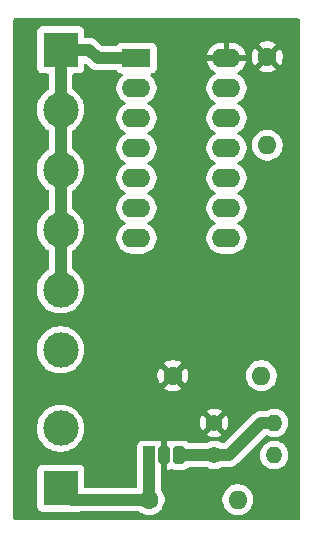
<source format=gtl>
%TF.GenerationSoftware,KiCad,Pcbnew,9.0.5-9.0.5~ubuntu25.04.1*%
%TF.CreationDate,2025-11-05T23:54:50-06:00*%
%TF.ProjectId,Return_Board,52657475-726e-45f4-926f-6172642e6b69,rev?*%
%TF.SameCoordinates,Original*%
%TF.FileFunction,Copper,L1,Top*%
%TF.FilePolarity,Positive*%
%FSLAX46Y46*%
G04 Gerber Fmt 4.6, Leading zero omitted, Abs format (unit mm)*
G04 Created by KiCad (PCBNEW 9.0.5-9.0.5~ubuntu25.04.1) date 2025-11-05 23:54:50*
%MOMM*%
%LPD*%
G01*
G04 APERTURE LIST*
G04 Aperture macros list*
%AMRoundRect*
0 Rectangle with rounded corners*
0 $1 Rounding radius*
0 $2 $3 $4 $5 $6 $7 $8 $9 X,Y pos of 4 corners*
0 Add a 4 corners polygon primitive as box body*
4,1,4,$2,$3,$4,$5,$6,$7,$8,$9,$2,$3,0*
0 Add four circle primitives for the rounded corners*
1,1,$1+$1,$2,$3*
1,1,$1+$1,$4,$5*
1,1,$1+$1,$6,$7*
1,1,$1+$1,$8,$9*
0 Add four rect primitives between the rounded corners*
20,1,$1+$1,$2,$3,$4,$5,0*
20,1,$1+$1,$4,$5,$6,$7,0*
20,1,$1+$1,$6,$7,$8,$9,0*
20,1,$1+$1,$8,$9,$2,$3,0*%
G04 Aperture macros list end*
%TA.AperFunction,ComponentPad*%
%ADD10R,3.000000X3.000000*%
%TD*%
%TA.AperFunction,ComponentPad*%
%ADD11C,3.000000*%
%TD*%
%TA.AperFunction,ComponentPad*%
%ADD12C,1.600000*%
%TD*%
%TA.AperFunction,ComponentPad*%
%ADD13O,1.600000X1.600000*%
%TD*%
%TA.AperFunction,ComponentPad*%
%ADD14R,2.400000X1.600000*%
%TD*%
%TA.AperFunction,ComponentPad*%
%ADD15O,2.400000X1.600000*%
%TD*%
%TA.AperFunction,ComponentPad*%
%ADD16C,1.400000*%
%TD*%
%TA.AperFunction,ComponentPad*%
%ADD17O,1.400000X1.400000*%
%TD*%
%TA.AperFunction,ComponentPad*%
%ADD18RoundRect,0.262500X-0.262500X-0.487500X0.262500X-0.487500X0.262500X0.487500X-0.262500X0.487500X0*%
%TD*%
%TA.AperFunction,ComponentPad*%
%ADD19R,1.050000X1.500000*%
%TD*%
%TA.AperFunction,Conductor*%
%ADD20C,1.000000*%
%TD*%
G04 APERTURE END LIST*
D10*
%TO.P,J2,1,Pin_1*%
%TO.N,/SIG_Out*%
X136750000Y-70670000D03*
D11*
%TO.P,J2,2,Pin_2*%
X136750000Y-75750000D03*
%TO.P,J2,3,Pin_3*%
X136750000Y-80830000D03*
%TO.P,J2,4,Pin_4*%
X136750000Y-85910000D03*
%TO.P,J2,5,Pin_5*%
X136750000Y-90990000D03*
%TO.P,J2,6,Pin_6*%
%TO.N,GND*%
X136750000Y-96070000D03*
%TD*%
D12*
%TO.P,C2,1*%
%TO.N,+6V*%
X146250000Y-98250000D03*
D13*
%TO.P,C2,2*%
%TO.N,GND*%
X153750000Y-98250000D03*
%TD*%
D10*
%TO.P,J1,1,Pin_1*%
%TO.N,+9V*%
X136750000Y-107790000D03*
D11*
%TO.P,J1,2,Pin_2*%
%TO.N,GND*%
X136750000Y-102710000D03*
%TD*%
D14*
%TO.P,U1,1*%
%TO.N,/SIG_Out*%
X143175000Y-71375000D03*
D15*
%TO.P,U1,2*%
%TO.N,unconnected-(U1-Pad2)*%
X143175000Y-73915000D03*
%TO.P,U1,3*%
%TO.N,GND*%
X143175000Y-76455000D03*
%TO.P,U1,4*%
X143175000Y-78995000D03*
%TO.P,U1,5*%
X143175000Y-81535000D03*
%TO.P,U1,6*%
X143175000Y-84075000D03*
%TO.P,U1,7,GND*%
X143175000Y-86615000D03*
%TO.P,U1,8*%
X150795000Y-86615000D03*
%TO.P,U1,9*%
X150795000Y-84075000D03*
%TO.P,U1,10*%
X150795000Y-81535000D03*
%TO.P,U1,11*%
X150795000Y-78995000D03*
%TO.P,U1,12*%
X150795000Y-76455000D03*
%TO.P,U1,13*%
X150795000Y-73915000D03*
%TO.P,U1,14,VCC*%
%TO.N,+6V*%
X150795000Y-71375000D03*
%TD*%
D16*
%TO.P,R2,1*%
%TO.N,/LDO_ADJ*%
X149760000Y-105000000D03*
D17*
%TO.P,R2,2*%
%TO.N,GND*%
X154840000Y-105000000D03*
%TD*%
D12*
%TO.P,C3,1*%
%TO.N,+6V*%
X154250000Y-71250000D03*
D13*
%TO.P,C3,2*%
%TO.N,GND*%
X154250000Y-78750000D03*
%TD*%
D16*
%TO.P,R1,1*%
%TO.N,+6V*%
X149760000Y-102250000D03*
D17*
%TO.P,R1,2*%
%TO.N,/LDO_ADJ*%
X154840000Y-102250000D03*
%TD*%
D18*
%TO.P,U2,1*%
%TO.N,/LDO_ADJ*%
X146790000Y-105000000D03*
D19*
%TO.P,U2,2,IN*%
%TO.N,+9V*%
X144250000Y-105000000D03*
D18*
%TO.P,U2,3,OUT*%
%TO.N,+6V*%
X145520000Y-105000000D03*
%TD*%
D12*
%TO.P,C1,1*%
%TO.N,+9V*%
X144250000Y-108750000D03*
D13*
%TO.P,C1,2*%
%TO.N,GND*%
X151750000Y-108750000D03*
%TD*%
D20*
%TO.N,+9V*%
X144250000Y-108750000D02*
X144250000Y-105000000D01*
X137710000Y-108750000D02*
X136750000Y-107790000D01*
X144250000Y-108750000D02*
X137710000Y-108750000D01*
%TO.N,/SIG_Out*%
X136750000Y-70670000D02*
X136750000Y-90990000D01*
X139875000Y-71375000D02*
X139170000Y-70670000D01*
X139170000Y-70670000D02*
X136750000Y-70670000D01*
X143175000Y-71375000D02*
X139875000Y-71375000D01*
%TO.N,/LDO_ADJ*%
X149760000Y-105000000D02*
X151000000Y-105000000D01*
X153750000Y-102250000D02*
X154840000Y-102250000D01*
X146790000Y-105000000D02*
X149760000Y-105000000D01*
X151000000Y-105000000D02*
X153750000Y-102250000D01*
%TD*%
%TA.AperFunction,Conductor*%
%TO.N,+6V*%
G36*
X156942539Y-68020185D02*
G01*
X156988294Y-68072989D01*
X156999500Y-68124500D01*
X156999500Y-110375500D01*
X156979815Y-110442539D01*
X156927011Y-110488294D01*
X156875500Y-110499500D01*
X132874500Y-110499500D01*
X132807461Y-110479815D01*
X132761706Y-110427011D01*
X132750500Y-110375500D01*
X132750500Y-106242135D01*
X134749500Y-106242135D01*
X134749500Y-109337870D01*
X134749501Y-109337876D01*
X134755908Y-109397483D01*
X134806202Y-109532328D01*
X134806206Y-109532335D01*
X134892452Y-109647544D01*
X134892455Y-109647547D01*
X135007664Y-109733793D01*
X135007671Y-109733797D01*
X135142517Y-109784091D01*
X135142516Y-109784091D01*
X135149444Y-109784835D01*
X135202127Y-109790500D01*
X138297872Y-109790499D01*
X138357483Y-109784091D01*
X138426584Y-109758318D01*
X138469917Y-109750500D01*
X143374238Y-109750500D01*
X143441277Y-109770185D01*
X143447119Y-109774179D01*
X143568390Y-109862287D01*
X143684607Y-109921503D01*
X143750776Y-109955218D01*
X143750778Y-109955218D01*
X143750781Y-109955220D01*
X143855137Y-109989127D01*
X143945465Y-110018477D01*
X144046557Y-110034488D01*
X144147648Y-110050500D01*
X144147649Y-110050500D01*
X144352351Y-110050500D01*
X144352352Y-110050500D01*
X144554534Y-110018477D01*
X144749219Y-109955220D01*
X144931610Y-109862287D01*
X145030420Y-109790498D01*
X145097213Y-109741971D01*
X145097215Y-109741968D01*
X145097219Y-109741966D01*
X145241966Y-109597219D01*
X145241968Y-109597215D01*
X145241971Y-109597213D01*
X145294732Y-109524590D01*
X145362287Y-109431610D01*
X145455220Y-109249219D01*
X145518477Y-109054534D01*
X145550500Y-108852352D01*
X145550500Y-108647648D01*
X150449500Y-108647648D01*
X150449500Y-108852351D01*
X150481522Y-109054534D01*
X150544781Y-109249223D01*
X150589950Y-109337870D01*
X150620324Y-109397483D01*
X150637715Y-109431613D01*
X150758028Y-109597213D01*
X150902786Y-109741971D01*
X151057749Y-109854556D01*
X151068390Y-109862287D01*
X151184607Y-109921503D01*
X151250776Y-109955218D01*
X151250778Y-109955218D01*
X151250781Y-109955220D01*
X151355137Y-109989127D01*
X151445465Y-110018477D01*
X151546557Y-110034488D01*
X151647648Y-110050500D01*
X151647649Y-110050500D01*
X151852351Y-110050500D01*
X151852352Y-110050500D01*
X152054534Y-110018477D01*
X152249219Y-109955220D01*
X152431610Y-109862287D01*
X152530420Y-109790498D01*
X152597213Y-109741971D01*
X152597215Y-109741968D01*
X152597219Y-109741966D01*
X152741966Y-109597219D01*
X152741968Y-109597215D01*
X152741971Y-109597213D01*
X152794732Y-109524590D01*
X152862287Y-109431610D01*
X152955220Y-109249219D01*
X153018477Y-109054534D01*
X153050500Y-108852352D01*
X153050500Y-108647648D01*
X153018477Y-108445466D01*
X152955220Y-108250781D01*
X152955218Y-108250778D01*
X152955218Y-108250776D01*
X152921503Y-108184607D01*
X152862287Y-108068390D01*
X152854556Y-108057749D01*
X152741971Y-107902786D01*
X152597213Y-107758028D01*
X152431613Y-107637715D01*
X152431612Y-107637714D01*
X152431610Y-107637713D01*
X152374653Y-107608691D01*
X152249223Y-107544781D01*
X152054534Y-107481522D01*
X151879995Y-107453878D01*
X151852352Y-107449500D01*
X151647648Y-107449500D01*
X151623329Y-107453351D01*
X151445465Y-107481522D01*
X151250776Y-107544781D01*
X151068386Y-107637715D01*
X150902786Y-107758028D01*
X150758028Y-107902786D01*
X150637715Y-108068386D01*
X150544781Y-108250776D01*
X150481522Y-108445465D01*
X150449500Y-108647648D01*
X145550500Y-108647648D01*
X145518477Y-108445466D01*
X145455220Y-108250781D01*
X145455218Y-108250778D01*
X145455218Y-108250776D01*
X145421503Y-108184607D01*
X145362287Y-108068390D01*
X145349654Y-108051003D01*
X145274182Y-107947122D01*
X145250702Y-107881316D01*
X145250500Y-107874237D01*
X145250500Y-106320861D01*
X145270000Y-106254452D01*
X145270000Y-105855671D01*
X145270711Y-105842415D01*
X145275499Y-105797881D01*
X145275500Y-105797873D01*
X145275499Y-105285829D01*
X145289745Y-105300075D01*
X145375255Y-105349444D01*
X145470630Y-105375000D01*
X145569370Y-105375000D01*
X145664745Y-105349444D01*
X145750255Y-105300075D01*
X145764501Y-105285829D01*
X145764501Y-105538348D01*
X145769358Y-105585885D01*
X145770000Y-105598487D01*
X145770000Y-106249999D01*
X145833304Y-106249999D01*
X145833318Y-106249998D01*
X145937742Y-106239330D01*
X146113796Y-106180992D01*
X146114677Y-106183653D01*
X146171011Y-106175066D01*
X146195704Y-106182312D01*
X146195991Y-106181448D01*
X146202846Y-106183719D01*
X146202847Y-106183720D01*
X146372158Y-106239824D01*
X146476659Y-106250500D01*
X147103340Y-106250499D01*
X147103348Y-106250498D01*
X147103351Y-106250498D01*
X147160572Y-106244652D01*
X147207842Y-106239824D01*
X147377153Y-106183720D01*
X147528961Y-106090083D01*
X147582225Y-106036819D01*
X147643548Y-106003334D01*
X147669906Y-106000500D01*
X149054367Y-106000500D01*
X149121406Y-106020185D01*
X149127254Y-106024183D01*
X149130799Y-106026759D01*
X149299163Y-106112545D01*
X149299165Y-106112545D01*
X149299168Y-106112547D01*
X149395497Y-106143846D01*
X149478881Y-106170940D01*
X149665514Y-106200500D01*
X149665519Y-106200500D01*
X149854486Y-106200500D01*
X150041118Y-106170940D01*
X150220832Y-106112547D01*
X150389199Y-106026760D01*
X150392746Y-106024183D01*
X150458552Y-106000702D01*
X150465633Y-106000500D01*
X151098542Y-106000500D01*
X151116313Y-105996964D01*
X151195188Y-105981275D01*
X151291836Y-105962051D01*
X151363289Y-105932454D01*
X151473914Y-105886632D01*
X151637782Y-105777139D01*
X151777139Y-105637782D01*
X151777139Y-105637780D01*
X151787347Y-105627573D01*
X151787348Y-105627570D01*
X152509406Y-104905513D01*
X153639500Y-104905513D01*
X153639500Y-105094486D01*
X153669059Y-105281118D01*
X153727454Y-105460836D01*
X153812408Y-105627567D01*
X153813240Y-105629199D01*
X153924310Y-105782073D01*
X154057927Y-105915690D01*
X154210801Y-106026760D01*
X154290347Y-106067290D01*
X154379163Y-106112545D01*
X154379165Y-106112545D01*
X154379168Y-106112547D01*
X154475497Y-106143846D01*
X154558881Y-106170940D01*
X154745514Y-106200500D01*
X154745519Y-106200500D01*
X154934486Y-106200500D01*
X155121118Y-106170940D01*
X155300832Y-106112547D01*
X155469199Y-106026760D01*
X155622073Y-105915690D01*
X155755690Y-105782073D01*
X155866760Y-105629199D01*
X155952547Y-105460832D01*
X156010940Y-105281118D01*
X156018996Y-105230255D01*
X156040500Y-105094486D01*
X156040500Y-104905513D01*
X156010940Y-104718881D01*
X155952545Y-104539163D01*
X155882404Y-104401504D01*
X155866760Y-104370801D01*
X155755690Y-104217927D01*
X155622073Y-104084310D01*
X155469199Y-103973240D01*
X155449457Y-103963181D01*
X155300836Y-103887454D01*
X155121118Y-103829059D01*
X154934486Y-103799500D01*
X154934481Y-103799500D01*
X154745519Y-103799500D01*
X154745514Y-103799500D01*
X154558881Y-103829059D01*
X154379163Y-103887454D01*
X154210800Y-103973240D01*
X154163411Y-104007671D01*
X154057927Y-104084310D01*
X154057925Y-104084312D01*
X154057924Y-104084312D01*
X153924312Y-104217924D01*
X153924312Y-104217925D01*
X153924310Y-104217927D01*
X153876610Y-104283579D01*
X153813240Y-104370800D01*
X153727454Y-104539163D01*
X153669059Y-104718881D01*
X153639500Y-104905513D01*
X152509406Y-104905513D01*
X154098977Y-103315943D01*
X154160298Y-103282460D01*
X154229990Y-103287444D01*
X154242951Y-103293141D01*
X154379163Y-103362545D01*
X154379165Y-103362545D01*
X154379168Y-103362547D01*
X154475497Y-103393846D01*
X154558881Y-103420940D01*
X154745514Y-103450500D01*
X154745519Y-103450500D01*
X154934486Y-103450500D01*
X155121118Y-103420940D01*
X155122623Y-103420451D01*
X155300832Y-103362547D01*
X155469199Y-103276760D01*
X155622073Y-103165690D01*
X155755690Y-103032073D01*
X155866760Y-102879199D01*
X155952547Y-102710832D01*
X156010940Y-102531118D01*
X156021427Y-102464905D01*
X156040500Y-102344486D01*
X156040500Y-102155513D01*
X156010940Y-101968881D01*
X155952545Y-101789163D01*
X155907290Y-101700347D01*
X155866760Y-101620801D01*
X155755690Y-101467927D01*
X155622073Y-101334310D01*
X155469199Y-101223240D01*
X155428938Y-101202726D01*
X155300836Y-101137454D01*
X155121118Y-101079059D01*
X154934486Y-101049500D01*
X154934481Y-101049500D01*
X154745519Y-101049500D01*
X154745514Y-101049500D01*
X154558881Y-101079059D01*
X154379163Y-101137454D01*
X154210799Y-101223240D01*
X154207254Y-101225817D01*
X154141448Y-101249298D01*
X154134367Y-101249500D01*
X153651455Y-101249500D01*
X153554812Y-101268724D01*
X153458167Y-101287947D01*
X153458161Y-101287949D01*
X153404834Y-101310037D01*
X153404834Y-101310038D01*
X153359315Y-101328892D01*
X153276089Y-101363366D01*
X153276079Y-101363371D01*
X153119602Y-101467926D01*
X153119602Y-101467927D01*
X153114689Y-101471209D01*
X153112216Y-101472862D01*
X153112215Y-101472863D01*
X150621899Y-103963181D01*
X150594971Y-103977884D01*
X150569153Y-103994477D01*
X150562952Y-103995368D01*
X150560576Y-103996666D01*
X150534218Y-103999500D01*
X150465633Y-103999500D01*
X150398594Y-103979815D01*
X150392746Y-103975817D01*
X150389200Y-103973240D01*
X150220836Y-103887454D01*
X150041118Y-103829059D01*
X149854486Y-103799500D01*
X149854481Y-103799500D01*
X149665519Y-103799500D01*
X149665514Y-103799500D01*
X149478881Y-103829059D01*
X149299163Y-103887454D01*
X149130799Y-103973240D01*
X149127254Y-103975817D01*
X149061448Y-103999298D01*
X149054367Y-103999500D01*
X147669906Y-103999500D01*
X147602867Y-103979815D01*
X147582225Y-103963181D01*
X147528961Y-103909917D01*
X147528957Y-103909914D01*
X147377161Y-103816284D01*
X147377155Y-103816281D01*
X147377153Y-103816280D01*
X147207842Y-103760176D01*
X147207835Y-103760175D01*
X147103342Y-103749500D01*
X146476666Y-103749500D01*
X146476648Y-103749501D01*
X146372158Y-103760175D01*
X146372155Y-103760176D01*
X146253546Y-103799480D01*
X146202847Y-103816280D01*
X146202845Y-103816280D01*
X146195992Y-103818552D01*
X146195212Y-103816200D01*
X146137695Y-103824919D01*
X146114129Y-103817998D01*
X146113795Y-103819008D01*
X145937742Y-103760669D01*
X145937735Y-103760668D01*
X145833318Y-103750000D01*
X145770000Y-103750000D01*
X145770000Y-104401504D01*
X145769358Y-104414107D01*
X145764500Y-104461651D01*
X145764500Y-104461659D01*
X145764500Y-104714170D01*
X145750255Y-104699925D01*
X145664745Y-104650556D01*
X145569370Y-104625000D01*
X145470630Y-104625000D01*
X145375255Y-104650556D01*
X145289745Y-104699925D01*
X145275499Y-104714170D01*
X145275499Y-104202128D01*
X145270710Y-104157577D01*
X145270000Y-104144324D01*
X145270000Y-103750000D01*
X145269999Y-103749999D01*
X145206696Y-103750000D01*
X145206679Y-103750001D01*
X145102259Y-103760668D01*
X145034072Y-103783263D01*
X144964244Y-103785663D01*
X144951738Y-103781738D01*
X144882485Y-103755909D01*
X144882483Y-103755908D01*
X144822883Y-103749501D01*
X144822881Y-103749500D01*
X144822873Y-103749500D01*
X144822864Y-103749500D01*
X143677129Y-103749500D01*
X143677123Y-103749501D01*
X143617516Y-103755908D01*
X143482671Y-103806202D01*
X143482664Y-103806206D01*
X143367455Y-103892452D01*
X143367452Y-103892455D01*
X143281206Y-104007664D01*
X143281202Y-104007671D01*
X143230908Y-104142517D01*
X143226035Y-104187847D01*
X143224501Y-104202123D01*
X143224500Y-104202135D01*
X143224500Y-105797870D01*
X143224501Y-105797876D01*
X143230908Y-105857481D01*
X143241682Y-105886366D01*
X143249500Y-105929700D01*
X143249500Y-107625500D01*
X143229815Y-107692539D01*
X143177011Y-107738294D01*
X143125500Y-107749500D01*
X138874499Y-107749500D01*
X138807460Y-107729815D01*
X138761705Y-107677011D01*
X138750499Y-107625500D01*
X138750499Y-106242129D01*
X138750498Y-106242123D01*
X138750497Y-106242116D01*
X138744091Y-106182517D01*
X138743692Y-106181448D01*
X138693797Y-106047671D01*
X138693793Y-106047664D01*
X138607546Y-105932454D01*
X138607544Y-105932452D01*
X138492335Y-105846206D01*
X138492328Y-105846202D01*
X138357482Y-105795908D01*
X138357483Y-105795908D01*
X138297883Y-105789501D01*
X138297881Y-105789500D01*
X138297873Y-105789500D01*
X138297864Y-105789500D01*
X135202129Y-105789500D01*
X135202123Y-105789501D01*
X135142516Y-105795908D01*
X135007671Y-105846202D01*
X135007664Y-105846206D01*
X134892455Y-105932452D01*
X134892454Y-105932454D01*
X134806206Y-106047664D01*
X134806202Y-106047671D01*
X134755908Y-106182517D01*
X134749501Y-106242116D01*
X134749501Y-106242123D01*
X134749500Y-106242135D01*
X132750500Y-106242135D01*
X132750500Y-102578872D01*
X134749500Y-102578872D01*
X134749500Y-102841127D01*
X134774640Y-103032073D01*
X134783730Y-103101116D01*
X134835183Y-103293141D01*
X134851602Y-103354418D01*
X134851605Y-103354428D01*
X134951953Y-103596690D01*
X134951958Y-103596700D01*
X135083075Y-103823803D01*
X135242718Y-104031851D01*
X135242726Y-104031860D01*
X135428140Y-104217274D01*
X135428148Y-104217281D01*
X135636196Y-104376924D01*
X135863299Y-104508041D01*
X135863309Y-104508046D01*
X136105571Y-104608394D01*
X136105581Y-104608398D01*
X136358884Y-104676270D01*
X136618880Y-104710500D01*
X136618887Y-104710500D01*
X136881113Y-104710500D01*
X136881120Y-104710500D01*
X137141116Y-104676270D01*
X137394419Y-104608398D01*
X137636697Y-104508043D01*
X137863803Y-104376924D01*
X138071851Y-104217282D01*
X138071855Y-104217277D01*
X138071860Y-104217274D01*
X138257274Y-104031860D01*
X138257277Y-104031855D01*
X138257282Y-104031851D01*
X138416924Y-103823803D01*
X138548043Y-103596697D01*
X138648398Y-103354419D01*
X138674265Y-103257882D01*
X149105669Y-103257882D01*
X149105670Y-103257883D01*
X149131059Y-103276329D01*
X149299362Y-103362085D01*
X149478997Y-103420451D01*
X149665553Y-103450000D01*
X149854447Y-103450000D01*
X150041002Y-103420451D01*
X150220637Y-103362085D01*
X150388937Y-103276331D01*
X150414328Y-103257883D01*
X150414328Y-103257882D01*
X149760001Y-102603554D01*
X149760000Y-102603554D01*
X149105669Y-103257882D01*
X138674265Y-103257882D01*
X138716270Y-103101116D01*
X138750500Y-102841120D01*
X138750500Y-102578880D01*
X138716270Y-102318884D01*
X138672506Y-102155552D01*
X148560000Y-102155552D01*
X148560000Y-102344447D01*
X148589548Y-102531002D01*
X148647914Y-102710637D01*
X148733666Y-102878933D01*
X148752116Y-102904328D01*
X149406446Y-102250000D01*
X149406446Y-102249999D01*
X149360369Y-102203922D01*
X149410000Y-102203922D01*
X149410000Y-102296078D01*
X149433852Y-102385095D01*
X149479930Y-102464905D01*
X149545095Y-102530070D01*
X149624905Y-102576148D01*
X149713922Y-102600000D01*
X149806078Y-102600000D01*
X149895095Y-102576148D01*
X149974905Y-102530070D01*
X150040070Y-102464905D01*
X150086148Y-102385095D01*
X150110000Y-102296078D01*
X150110000Y-102249999D01*
X150113554Y-102249999D01*
X150113554Y-102250000D01*
X150767882Y-102904328D01*
X150767883Y-102904328D01*
X150786331Y-102878937D01*
X150872085Y-102710637D01*
X150930451Y-102531002D01*
X150960000Y-102344447D01*
X150960000Y-102155552D01*
X150930451Y-101968997D01*
X150872085Y-101789362D01*
X150786329Y-101621059D01*
X150767883Y-101595670D01*
X150767882Y-101595669D01*
X150113554Y-102249999D01*
X150110000Y-102249999D01*
X150110000Y-102203922D01*
X150086148Y-102114905D01*
X150040070Y-102035095D01*
X149974905Y-101969930D01*
X149895095Y-101923852D01*
X149806078Y-101900000D01*
X149713922Y-101900000D01*
X149624905Y-101923852D01*
X149545095Y-101969930D01*
X149479930Y-102035095D01*
X149433852Y-102114905D01*
X149410000Y-102203922D01*
X149360369Y-102203922D01*
X148752116Y-101595669D01*
X148752116Y-101595670D01*
X148733669Y-101621060D01*
X148647914Y-101789362D01*
X148589548Y-101968997D01*
X148560000Y-102155552D01*
X138672506Y-102155552D01*
X138648398Y-102065581D01*
X138608344Y-101968882D01*
X138548046Y-101823309D01*
X138548041Y-101823299D01*
X138416924Y-101596196D01*
X138257281Y-101388148D01*
X138257274Y-101388140D01*
X138111250Y-101242116D01*
X149105669Y-101242116D01*
X149760000Y-101896446D01*
X149760001Y-101896446D01*
X150414328Y-101242116D01*
X150388933Y-101223666D01*
X150220637Y-101137914D01*
X150041002Y-101079548D01*
X149854447Y-101050000D01*
X149665553Y-101050000D01*
X149478997Y-101079548D01*
X149299362Y-101137914D01*
X149131060Y-101223669D01*
X149105670Y-101242116D01*
X149105669Y-101242116D01*
X138111250Y-101242116D01*
X138071860Y-101202726D01*
X138071851Y-101202718D01*
X137863803Y-101043075D01*
X137636700Y-100911958D01*
X137636690Y-100911953D01*
X137394428Y-100811605D01*
X137394421Y-100811603D01*
X137394419Y-100811602D01*
X137141116Y-100743730D01*
X137083339Y-100736123D01*
X136881127Y-100709500D01*
X136881120Y-100709500D01*
X136618880Y-100709500D01*
X136618872Y-100709500D01*
X136387772Y-100739926D01*
X136358884Y-100743730D01*
X136105581Y-100811602D01*
X136105571Y-100811605D01*
X135863309Y-100911953D01*
X135863299Y-100911958D01*
X135636196Y-101043075D01*
X135428148Y-101202718D01*
X135242718Y-101388148D01*
X135083075Y-101596196D01*
X134951958Y-101823299D01*
X134951953Y-101823309D01*
X134851605Y-102065571D01*
X134851603Y-102065578D01*
X134851602Y-102065581D01*
X134802188Y-102250000D01*
X134783730Y-102318885D01*
X134749500Y-102578872D01*
X132750500Y-102578872D01*
X132750500Y-98147682D01*
X144950000Y-98147682D01*
X144950000Y-98352317D01*
X144982009Y-98554417D01*
X145045244Y-98749031D01*
X145138141Y-98931350D01*
X145138147Y-98931359D01*
X145170523Y-98975921D01*
X145170524Y-98975922D01*
X145850000Y-98296446D01*
X145850000Y-98302661D01*
X145877259Y-98404394D01*
X145929920Y-98495606D01*
X146004394Y-98570080D01*
X146095606Y-98622741D01*
X146197339Y-98650000D01*
X146203553Y-98650000D01*
X145524076Y-99329474D01*
X145568650Y-99361859D01*
X145750968Y-99454755D01*
X145945582Y-99517990D01*
X146147683Y-99550000D01*
X146352317Y-99550000D01*
X146554417Y-99517990D01*
X146749031Y-99454755D01*
X146931349Y-99361859D01*
X146975921Y-99329474D01*
X146296447Y-98650000D01*
X146302661Y-98650000D01*
X146404394Y-98622741D01*
X146495606Y-98570080D01*
X146570080Y-98495606D01*
X146622741Y-98404394D01*
X146650000Y-98302661D01*
X146650000Y-98296447D01*
X147329474Y-98975921D01*
X147361859Y-98931349D01*
X147454755Y-98749031D01*
X147517990Y-98554417D01*
X147550000Y-98352317D01*
X147550000Y-98147682D01*
X147549995Y-98147648D01*
X152449500Y-98147648D01*
X152449500Y-98352351D01*
X152481522Y-98554534D01*
X152544781Y-98749223D01*
X152608691Y-98874653D01*
X152637585Y-98931359D01*
X152637715Y-98931613D01*
X152758028Y-99097213D01*
X152902786Y-99241971D01*
X153023226Y-99329474D01*
X153068390Y-99362287D01*
X153184607Y-99421503D01*
X153250776Y-99455218D01*
X153250778Y-99455218D01*
X153250781Y-99455220D01*
X153355137Y-99489127D01*
X153445465Y-99518477D01*
X153546557Y-99534488D01*
X153647648Y-99550500D01*
X153647649Y-99550500D01*
X153852351Y-99550500D01*
X153852352Y-99550500D01*
X154054534Y-99518477D01*
X154249219Y-99455220D01*
X154431610Y-99362287D01*
X154524590Y-99294732D01*
X154597213Y-99241971D01*
X154597215Y-99241968D01*
X154597219Y-99241966D01*
X154741966Y-99097219D01*
X154741968Y-99097215D01*
X154741971Y-99097213D01*
X154794732Y-99024590D01*
X154862287Y-98931610D01*
X154955220Y-98749219D01*
X155018477Y-98554534D01*
X155050500Y-98352352D01*
X155050500Y-98147648D01*
X155030764Y-98023040D01*
X155018477Y-97945465D01*
X154987458Y-97850000D01*
X154955220Y-97750781D01*
X154955218Y-97750778D01*
X154955218Y-97750776D01*
X154921503Y-97684607D01*
X154862287Y-97568390D01*
X154830092Y-97524077D01*
X154741971Y-97402786D01*
X154597213Y-97258028D01*
X154431613Y-97137715D01*
X154431612Y-97137714D01*
X154431610Y-97137713D01*
X154374653Y-97108691D01*
X154249223Y-97044781D01*
X154054534Y-96981522D01*
X153879995Y-96953878D01*
X153852352Y-96949500D01*
X153647648Y-96949500D01*
X153623329Y-96953351D01*
X153445465Y-96981522D01*
X153250776Y-97044781D01*
X153068386Y-97137715D01*
X152902786Y-97258028D01*
X152758028Y-97402786D01*
X152637715Y-97568386D01*
X152544781Y-97750776D01*
X152481522Y-97945465D01*
X152449500Y-98147648D01*
X147549995Y-98147648D01*
X147517990Y-97945582D01*
X147454755Y-97750968D01*
X147361859Y-97568650D01*
X147329474Y-97524077D01*
X147329474Y-97524076D01*
X146650000Y-98203551D01*
X146650000Y-98197339D01*
X146622741Y-98095606D01*
X146570080Y-98004394D01*
X146495606Y-97929920D01*
X146404394Y-97877259D01*
X146302661Y-97850000D01*
X146296446Y-97850000D01*
X146975922Y-97170524D01*
X146975921Y-97170523D01*
X146931359Y-97138147D01*
X146931350Y-97138141D01*
X146749031Y-97045244D01*
X146554417Y-96982009D01*
X146352317Y-96950000D01*
X146147683Y-96950000D01*
X145945582Y-96982009D01*
X145750968Y-97045244D01*
X145568644Y-97138143D01*
X145524077Y-97170523D01*
X145524077Y-97170524D01*
X146203554Y-97850000D01*
X146197339Y-97850000D01*
X146095606Y-97877259D01*
X146004394Y-97929920D01*
X145929920Y-98004394D01*
X145877259Y-98095606D01*
X145850000Y-98197339D01*
X145850000Y-98203553D01*
X145170524Y-97524077D01*
X145170523Y-97524077D01*
X145138143Y-97568644D01*
X145045244Y-97750968D01*
X144982009Y-97945582D01*
X144950000Y-98147682D01*
X132750500Y-98147682D01*
X132750500Y-95938872D01*
X134749500Y-95938872D01*
X134749500Y-96201127D01*
X134776123Y-96403339D01*
X134783730Y-96461116D01*
X134851602Y-96714418D01*
X134851605Y-96714428D01*
X134951953Y-96956690D01*
X134951958Y-96956700D01*
X135083075Y-97183803D01*
X135242718Y-97391851D01*
X135242726Y-97391860D01*
X135428140Y-97577274D01*
X135428148Y-97577281D01*
X135636196Y-97736924D01*
X135863299Y-97868041D01*
X135863309Y-97868046D01*
X136050218Y-97945466D01*
X136105581Y-97968398D01*
X136358884Y-98036270D01*
X136618880Y-98070500D01*
X136618887Y-98070500D01*
X136881113Y-98070500D01*
X136881120Y-98070500D01*
X137141116Y-98036270D01*
X137394419Y-97968398D01*
X137636697Y-97868043D01*
X137863803Y-97736924D01*
X138071851Y-97577282D01*
X138071855Y-97577277D01*
X138071860Y-97577274D01*
X138257274Y-97391860D01*
X138257277Y-97391855D01*
X138257282Y-97391851D01*
X138416924Y-97183803D01*
X138443284Y-97138147D01*
X138548037Y-96956707D01*
X138548041Y-96956700D01*
X138548043Y-96956697D01*
X138648398Y-96714419D01*
X138716270Y-96461116D01*
X138750500Y-96201120D01*
X138750500Y-95938880D01*
X138716270Y-95678884D01*
X138648398Y-95425581D01*
X138648394Y-95425571D01*
X138548046Y-95183309D01*
X138548041Y-95183299D01*
X138416924Y-94956196D01*
X138257281Y-94748148D01*
X138257274Y-94748140D01*
X138071860Y-94562726D01*
X138071851Y-94562718D01*
X137863803Y-94403075D01*
X137636700Y-94271958D01*
X137636690Y-94271953D01*
X137394428Y-94171605D01*
X137394421Y-94171603D01*
X137394419Y-94171602D01*
X137141116Y-94103730D01*
X137083339Y-94096123D01*
X136881127Y-94069500D01*
X136881120Y-94069500D01*
X136618880Y-94069500D01*
X136618872Y-94069500D01*
X136387772Y-94099926D01*
X136358884Y-94103730D01*
X136105581Y-94171602D01*
X136105571Y-94171605D01*
X135863309Y-94271953D01*
X135863299Y-94271958D01*
X135636196Y-94403075D01*
X135428148Y-94562718D01*
X135242718Y-94748148D01*
X135083075Y-94956196D01*
X134951958Y-95183299D01*
X134951953Y-95183309D01*
X134851605Y-95425571D01*
X134851602Y-95425581D01*
X134783730Y-95678885D01*
X134749500Y-95938872D01*
X132750500Y-95938872D01*
X132750500Y-69122135D01*
X134749500Y-69122135D01*
X134749500Y-72217870D01*
X134749501Y-72217876D01*
X134755908Y-72277483D01*
X134806202Y-72412328D01*
X134806206Y-72412335D01*
X134892452Y-72527544D01*
X134892455Y-72527547D01*
X135007664Y-72613793D01*
X135007671Y-72613797D01*
X135021077Y-72618797D01*
X135142517Y-72664091D01*
X135202127Y-72670500D01*
X135625500Y-72670499D01*
X135692539Y-72690183D01*
X135738294Y-72742987D01*
X135749500Y-72794499D01*
X135749500Y-73946068D01*
X135729815Y-74013107D01*
X135687502Y-74053454D01*
X135636203Y-74083072D01*
X135636186Y-74083083D01*
X135428148Y-74242718D01*
X135242718Y-74428148D01*
X135083075Y-74636196D01*
X134951958Y-74863299D01*
X134951953Y-74863309D01*
X134851605Y-75105571D01*
X134851602Y-75105581D01*
X134788063Y-75342715D01*
X134783730Y-75358885D01*
X134749500Y-75618872D01*
X134749500Y-75881127D01*
X134776123Y-76083339D01*
X134783730Y-76141116D01*
X134840410Y-76352648D01*
X134851602Y-76394418D01*
X134851605Y-76394428D01*
X134951953Y-76636690D01*
X134951958Y-76636700D01*
X135083075Y-76863803D01*
X135242718Y-77071851D01*
X135242726Y-77071860D01*
X135428140Y-77257274D01*
X135428148Y-77257281D01*
X135428149Y-77257282D01*
X135636197Y-77416924D01*
X135687498Y-77446542D01*
X135735715Y-77497108D01*
X135749500Y-77553930D01*
X135749500Y-79026068D01*
X135729815Y-79093107D01*
X135687502Y-79133454D01*
X135636203Y-79163072D01*
X135636186Y-79163083D01*
X135428148Y-79322718D01*
X135242718Y-79508148D01*
X135083075Y-79716196D01*
X134951958Y-79943299D01*
X134951953Y-79943309D01*
X134851605Y-80185571D01*
X134851602Y-80185581D01*
X134788063Y-80422715D01*
X134783730Y-80438885D01*
X134749500Y-80698872D01*
X134749500Y-80961127D01*
X134776123Y-81163339D01*
X134783730Y-81221116D01*
X134840410Y-81432648D01*
X134851602Y-81474418D01*
X134851605Y-81474428D01*
X134951953Y-81716690D01*
X134951958Y-81716700D01*
X135083075Y-81943803D01*
X135242718Y-82151851D01*
X135242726Y-82151860D01*
X135428140Y-82337274D01*
X135428148Y-82337281D01*
X135428149Y-82337282D01*
X135636197Y-82496924D01*
X135687498Y-82526542D01*
X135735715Y-82577108D01*
X135749500Y-82633930D01*
X135749500Y-84106068D01*
X135729815Y-84173107D01*
X135687502Y-84213454D01*
X135636203Y-84243072D01*
X135636186Y-84243083D01*
X135428148Y-84402718D01*
X135242718Y-84588148D01*
X135083075Y-84796196D01*
X134951958Y-85023299D01*
X134951953Y-85023309D01*
X134851605Y-85265571D01*
X134851602Y-85265581D01*
X134788063Y-85502715D01*
X134783730Y-85518885D01*
X134749500Y-85778872D01*
X134749500Y-86041127D01*
X134776123Y-86243339D01*
X134783730Y-86301116D01*
X134840410Y-86512648D01*
X134851602Y-86554418D01*
X134851605Y-86554428D01*
X134951953Y-86796690D01*
X134951958Y-86796700D01*
X135083075Y-87023803D01*
X135242718Y-87231851D01*
X135242726Y-87231860D01*
X135428140Y-87417274D01*
X135428148Y-87417281D01*
X135428149Y-87417282D01*
X135636197Y-87576924D01*
X135687498Y-87606542D01*
X135735715Y-87657108D01*
X135749500Y-87713930D01*
X135749500Y-89186068D01*
X135729815Y-89253107D01*
X135687502Y-89293454D01*
X135636203Y-89323072D01*
X135636186Y-89323083D01*
X135428148Y-89482718D01*
X135242718Y-89668148D01*
X135083075Y-89876196D01*
X134951958Y-90103299D01*
X134951953Y-90103309D01*
X134851605Y-90345571D01*
X134851602Y-90345581D01*
X134783730Y-90598885D01*
X134749500Y-90858872D01*
X134749500Y-91121127D01*
X134776123Y-91323339D01*
X134783730Y-91381116D01*
X134851602Y-91634418D01*
X134851605Y-91634428D01*
X134951953Y-91876690D01*
X134951958Y-91876700D01*
X135083075Y-92103803D01*
X135242718Y-92311851D01*
X135242726Y-92311860D01*
X135428140Y-92497274D01*
X135428148Y-92497281D01*
X135636196Y-92656924D01*
X135863299Y-92788041D01*
X135863309Y-92788046D01*
X136105571Y-92888394D01*
X136105581Y-92888398D01*
X136358884Y-92956270D01*
X136618880Y-92990500D01*
X136618887Y-92990500D01*
X136881113Y-92990500D01*
X136881120Y-92990500D01*
X137141116Y-92956270D01*
X137394419Y-92888398D01*
X137636697Y-92788043D01*
X137863803Y-92656924D01*
X138071851Y-92497282D01*
X138071855Y-92497277D01*
X138071860Y-92497274D01*
X138257274Y-92311860D01*
X138257277Y-92311855D01*
X138257282Y-92311851D01*
X138416924Y-92103803D01*
X138548043Y-91876697D01*
X138648398Y-91634419D01*
X138716270Y-91381116D01*
X138750500Y-91121120D01*
X138750500Y-90858880D01*
X138716270Y-90598884D01*
X138648398Y-90345581D01*
X138648394Y-90345571D01*
X138548046Y-90103309D01*
X138548041Y-90103299D01*
X138416924Y-89876196D01*
X138257281Y-89668148D01*
X138257274Y-89668140D01*
X138071860Y-89482726D01*
X138071851Y-89482718D01*
X137863813Y-89323083D01*
X137863807Y-89323079D01*
X137863803Y-89323076D01*
X137861342Y-89321655D01*
X137812498Y-89293454D01*
X137764283Y-89242886D01*
X137750500Y-89186068D01*
X137750500Y-87713930D01*
X137770185Y-87646891D01*
X137812500Y-87606543D01*
X137863803Y-87576924D01*
X138071851Y-87417282D01*
X138071855Y-87417277D01*
X138071860Y-87417274D01*
X138257274Y-87231860D01*
X138257277Y-87231855D01*
X138257282Y-87231851D01*
X138416924Y-87023803D01*
X138548043Y-86796697D01*
X138648398Y-86554419D01*
X138716270Y-86301116D01*
X138750500Y-86041120D01*
X138750500Y-85778880D01*
X138716270Y-85518884D01*
X138648398Y-85265581D01*
X138615968Y-85187287D01*
X138548046Y-85023309D01*
X138548041Y-85023299D01*
X138416924Y-84796196D01*
X138257281Y-84588148D01*
X138257274Y-84588140D01*
X138071860Y-84402726D01*
X138071851Y-84402718D01*
X137863813Y-84243083D01*
X137863807Y-84243079D01*
X137863803Y-84243076D01*
X137861342Y-84241655D01*
X137812498Y-84213454D01*
X137764283Y-84162886D01*
X137750500Y-84106068D01*
X137750500Y-82633930D01*
X137770185Y-82566891D01*
X137812500Y-82526543D01*
X137863803Y-82496924D01*
X138071851Y-82337282D01*
X138071855Y-82337277D01*
X138071860Y-82337274D01*
X138257274Y-82151860D01*
X138257277Y-82151855D01*
X138257282Y-82151851D01*
X138416924Y-81943803D01*
X138548043Y-81716697D01*
X138648398Y-81474419D01*
X138716270Y-81221116D01*
X138750500Y-80961120D01*
X138750500Y-80698880D01*
X138716270Y-80438884D01*
X138648398Y-80185581D01*
X138615968Y-80107287D01*
X138548046Y-79943309D01*
X138548041Y-79943299D01*
X138416924Y-79716196D01*
X138257281Y-79508148D01*
X138257274Y-79508140D01*
X138071860Y-79322726D01*
X138071851Y-79322718D01*
X137863813Y-79163083D01*
X137863807Y-79163079D01*
X137863803Y-79163076D01*
X137861342Y-79161655D01*
X137812498Y-79133454D01*
X137764283Y-79082886D01*
X137750500Y-79026068D01*
X137750500Y-77553930D01*
X137770185Y-77486891D01*
X137812500Y-77446543D01*
X137863803Y-77416924D01*
X138071851Y-77257282D01*
X138071855Y-77257277D01*
X138071860Y-77257274D01*
X138257274Y-77071860D01*
X138257277Y-77071855D01*
X138257282Y-77071851D01*
X138416924Y-76863803D01*
X138548043Y-76636697D01*
X138648398Y-76394419D01*
X138716270Y-76141116D01*
X138750500Y-75881120D01*
X138750500Y-75618880D01*
X138716270Y-75358884D01*
X138648398Y-75105581D01*
X138615968Y-75027287D01*
X138548046Y-74863309D01*
X138548041Y-74863299D01*
X138416924Y-74636196D01*
X138257281Y-74428148D01*
X138257274Y-74428140D01*
X138071860Y-74242726D01*
X138071851Y-74242718D01*
X137863813Y-74083083D01*
X137863807Y-74083079D01*
X137863803Y-74083076D01*
X137861342Y-74081655D01*
X137812498Y-74053454D01*
X137764283Y-74002886D01*
X137750500Y-73946068D01*
X137750500Y-72794499D01*
X137770185Y-72727460D01*
X137822989Y-72681705D01*
X137874500Y-72670499D01*
X138297871Y-72670499D01*
X138297872Y-72670499D01*
X138357483Y-72664091D01*
X138492331Y-72613796D01*
X138607546Y-72527546D01*
X138693796Y-72412331D01*
X138744091Y-72277483D01*
X138750500Y-72217873D01*
X138750500Y-71964782D01*
X138770185Y-71897743D01*
X138822989Y-71851988D01*
X138892147Y-71842044D01*
X138955703Y-71871069D01*
X138962161Y-71877081D01*
X139237219Y-72152140D01*
X139237220Y-72152141D01*
X139401079Y-72261628D01*
X139401085Y-72261631D01*
X139401086Y-72261632D01*
X139583165Y-72337052D01*
X139776455Y-72375500D01*
X139776458Y-72375501D01*
X139776460Y-72375501D01*
X139979655Y-72375501D01*
X139979675Y-72375500D01*
X141437820Y-72375500D01*
X141504859Y-72395185D01*
X141537085Y-72425187D01*
X141617454Y-72532546D01*
X141640770Y-72550000D01*
X141732664Y-72618793D01*
X141732671Y-72618797D01*
X141777618Y-72635561D01*
X141867517Y-72669091D01*
X141904441Y-72673060D01*
X141968989Y-72699796D01*
X142008838Y-72757188D01*
X142011333Y-72827013D01*
X141975681Y-72887102D01*
X141964071Y-72896666D01*
X141927784Y-72923030D01*
X141783028Y-73067786D01*
X141662715Y-73233386D01*
X141569781Y-73415776D01*
X141506522Y-73610465D01*
X141474500Y-73812648D01*
X141474500Y-74017351D01*
X141506522Y-74219534D01*
X141569781Y-74414223D01*
X141662715Y-74596613D01*
X141783028Y-74762213D01*
X141927786Y-74906971D01*
X142082749Y-75019556D01*
X142093390Y-75027287D01*
X142184840Y-75073883D01*
X142186080Y-75074515D01*
X142236876Y-75122490D01*
X142253671Y-75190311D01*
X142231134Y-75256446D01*
X142186080Y-75295485D01*
X142093386Y-75342715D01*
X141927786Y-75463028D01*
X141783028Y-75607786D01*
X141662715Y-75773386D01*
X141569781Y-75955776D01*
X141506522Y-76150465D01*
X141474500Y-76352648D01*
X141474500Y-76557351D01*
X141506522Y-76759534D01*
X141569781Y-76954223D01*
X141662715Y-77136613D01*
X141783028Y-77302213D01*
X141927786Y-77446971D01*
X142082749Y-77559556D01*
X142093390Y-77567287D01*
X142184840Y-77613883D01*
X142186080Y-77614515D01*
X142236876Y-77662490D01*
X142253671Y-77730311D01*
X142231134Y-77796446D01*
X142186080Y-77835485D01*
X142093386Y-77882715D01*
X141927786Y-78003028D01*
X141783028Y-78147786D01*
X141662715Y-78313386D01*
X141569781Y-78495776D01*
X141506522Y-78690465D01*
X141474500Y-78892648D01*
X141474500Y-79097351D01*
X141506522Y-79299534D01*
X141569781Y-79494223D01*
X141662715Y-79676613D01*
X141783028Y-79842213D01*
X141927786Y-79986971D01*
X142082749Y-80099556D01*
X142093390Y-80107287D01*
X142184840Y-80153883D01*
X142186080Y-80154515D01*
X142236876Y-80202490D01*
X142253671Y-80270311D01*
X142231134Y-80336446D01*
X142186080Y-80375485D01*
X142093386Y-80422715D01*
X141927786Y-80543028D01*
X141783028Y-80687786D01*
X141662715Y-80853386D01*
X141569781Y-81035776D01*
X141506522Y-81230465D01*
X141474500Y-81432648D01*
X141474500Y-81637351D01*
X141506522Y-81839534D01*
X141569781Y-82034223D01*
X141662715Y-82216613D01*
X141783028Y-82382213D01*
X141927786Y-82526971D01*
X142082749Y-82639556D01*
X142093390Y-82647287D01*
X142184840Y-82693883D01*
X142186080Y-82694515D01*
X142236876Y-82742490D01*
X142253671Y-82810311D01*
X142231134Y-82876446D01*
X142186080Y-82915485D01*
X142093386Y-82962715D01*
X141927786Y-83083028D01*
X141783028Y-83227786D01*
X141662715Y-83393386D01*
X141569781Y-83575776D01*
X141506522Y-83770465D01*
X141474500Y-83972648D01*
X141474500Y-84177351D01*
X141506522Y-84379534D01*
X141569781Y-84574223D01*
X141662715Y-84756613D01*
X141783028Y-84922213D01*
X141927786Y-85066971D01*
X142082749Y-85179556D01*
X142093390Y-85187287D01*
X142184840Y-85233883D01*
X142186080Y-85234515D01*
X142236876Y-85282490D01*
X142253671Y-85350311D01*
X142231134Y-85416446D01*
X142186080Y-85455485D01*
X142093386Y-85502715D01*
X141927786Y-85623028D01*
X141783028Y-85767786D01*
X141662715Y-85933386D01*
X141569781Y-86115776D01*
X141506522Y-86310465D01*
X141474500Y-86512648D01*
X141474500Y-86717351D01*
X141506522Y-86919534D01*
X141569781Y-87114223D01*
X141662715Y-87296613D01*
X141783028Y-87462213D01*
X141927786Y-87606971D01*
X142082749Y-87719556D01*
X142093390Y-87727287D01*
X142209607Y-87786503D01*
X142275776Y-87820218D01*
X142275778Y-87820218D01*
X142275781Y-87820220D01*
X142380137Y-87854127D01*
X142470465Y-87883477D01*
X142571557Y-87899488D01*
X142672648Y-87915500D01*
X142672649Y-87915500D01*
X143677351Y-87915500D01*
X143677352Y-87915500D01*
X143879534Y-87883477D01*
X144074219Y-87820220D01*
X144256610Y-87727287D01*
X144373532Y-87642339D01*
X144422213Y-87606971D01*
X144422215Y-87606968D01*
X144422219Y-87606966D01*
X144566966Y-87462219D01*
X144566968Y-87462215D01*
X144566971Y-87462213D01*
X144619732Y-87389590D01*
X144687287Y-87296610D01*
X144780220Y-87114219D01*
X144843477Y-86919534D01*
X144875500Y-86717352D01*
X144875500Y-86512648D01*
X144843477Y-86310466D01*
X144840438Y-86301114D01*
X144780218Y-86115776D01*
X144742175Y-86041113D01*
X144687287Y-85933390D01*
X144679556Y-85922749D01*
X144566971Y-85767786D01*
X144422213Y-85623028D01*
X144256614Y-85502715D01*
X144250006Y-85499348D01*
X144163917Y-85455483D01*
X144113123Y-85407511D01*
X144096328Y-85339690D01*
X144118865Y-85273555D01*
X144163917Y-85234516D01*
X144256610Y-85187287D01*
X144277770Y-85171913D01*
X144422213Y-85066971D01*
X144422215Y-85066968D01*
X144422219Y-85066966D01*
X144566966Y-84922219D01*
X144566968Y-84922215D01*
X144566971Y-84922213D01*
X144619732Y-84849590D01*
X144687287Y-84756610D01*
X144780220Y-84574219D01*
X144843477Y-84379534D01*
X144875500Y-84177352D01*
X144875500Y-83972648D01*
X144843477Y-83770466D01*
X144780220Y-83575781D01*
X144780218Y-83575778D01*
X144780218Y-83575776D01*
X144746503Y-83509607D01*
X144687287Y-83393390D01*
X144679556Y-83382749D01*
X144566971Y-83227786D01*
X144422213Y-83083028D01*
X144256614Y-82962715D01*
X144250006Y-82959348D01*
X144163917Y-82915483D01*
X144113123Y-82867511D01*
X144096328Y-82799690D01*
X144118865Y-82733555D01*
X144163917Y-82694516D01*
X144256610Y-82647287D01*
X144373532Y-82562339D01*
X144422213Y-82526971D01*
X144422215Y-82526968D01*
X144422219Y-82526966D01*
X144566966Y-82382219D01*
X144566968Y-82382215D01*
X144566971Y-82382213D01*
X144619732Y-82309590D01*
X144687287Y-82216610D01*
X144780220Y-82034219D01*
X144843477Y-81839534D01*
X144875500Y-81637352D01*
X144875500Y-81432648D01*
X144843477Y-81230466D01*
X144840438Y-81221114D01*
X144780218Y-81035776D01*
X144742175Y-80961113D01*
X144687287Y-80853390D01*
X144679556Y-80842749D01*
X144566971Y-80687786D01*
X144422213Y-80543028D01*
X144256614Y-80422715D01*
X144250006Y-80419348D01*
X144163917Y-80375483D01*
X144113123Y-80327511D01*
X144096328Y-80259690D01*
X144118865Y-80193555D01*
X144163917Y-80154516D01*
X144256610Y-80107287D01*
X144277770Y-80091913D01*
X144422213Y-79986971D01*
X144422215Y-79986968D01*
X144422219Y-79986966D01*
X144566966Y-79842219D01*
X144566968Y-79842215D01*
X144566971Y-79842213D01*
X144639803Y-79741966D01*
X144687287Y-79676610D01*
X144780220Y-79494219D01*
X144843477Y-79299534D01*
X144875500Y-79097352D01*
X144875500Y-78892648D01*
X144869118Y-78852352D01*
X144843477Y-78690465D01*
X144780218Y-78495776D01*
X144746503Y-78429607D01*
X144687287Y-78313390D01*
X144679556Y-78302749D01*
X144566971Y-78147786D01*
X144422213Y-78003028D01*
X144256614Y-77882715D01*
X144250006Y-77879348D01*
X144163917Y-77835483D01*
X144113123Y-77787511D01*
X144096328Y-77719690D01*
X144118865Y-77653555D01*
X144163917Y-77614516D01*
X144256610Y-77567287D01*
X144287587Y-77544781D01*
X144422213Y-77446971D01*
X144422215Y-77446968D01*
X144422219Y-77446966D01*
X144566966Y-77302219D01*
X144566968Y-77302215D01*
X144566971Y-77302213D01*
X144619732Y-77229590D01*
X144687287Y-77136610D01*
X144780220Y-76954219D01*
X144843477Y-76759534D01*
X144875500Y-76557352D01*
X144875500Y-76352648D01*
X144843477Y-76150466D01*
X144840438Y-76141114D01*
X144780218Y-75955776D01*
X144742175Y-75881113D01*
X144687287Y-75773390D01*
X144679556Y-75762749D01*
X144566971Y-75607786D01*
X144422213Y-75463028D01*
X144256614Y-75342715D01*
X144250006Y-75339348D01*
X144163917Y-75295483D01*
X144113123Y-75247511D01*
X144096328Y-75179690D01*
X144118865Y-75113555D01*
X144163917Y-75074516D01*
X144256610Y-75027287D01*
X144277770Y-75011913D01*
X144422213Y-74906971D01*
X144422215Y-74906968D01*
X144422219Y-74906966D01*
X144566966Y-74762219D01*
X144566968Y-74762215D01*
X144566971Y-74762213D01*
X144619732Y-74689590D01*
X144687287Y-74596610D01*
X144780220Y-74414219D01*
X144843477Y-74219534D01*
X144875500Y-74017352D01*
X144875500Y-73812648D01*
X149094500Y-73812648D01*
X149094500Y-74017351D01*
X149126522Y-74219534D01*
X149189781Y-74414223D01*
X149282715Y-74596613D01*
X149403028Y-74762213D01*
X149547786Y-74906971D01*
X149702749Y-75019556D01*
X149713390Y-75027287D01*
X149804840Y-75073883D01*
X149806080Y-75074515D01*
X149856876Y-75122490D01*
X149873671Y-75190311D01*
X149851134Y-75256446D01*
X149806080Y-75295485D01*
X149713386Y-75342715D01*
X149547786Y-75463028D01*
X149403028Y-75607786D01*
X149282715Y-75773386D01*
X149189781Y-75955776D01*
X149126522Y-76150465D01*
X149094500Y-76352648D01*
X149094500Y-76557351D01*
X149126522Y-76759534D01*
X149189781Y-76954223D01*
X149282715Y-77136613D01*
X149403028Y-77302213D01*
X149547786Y-77446971D01*
X149702749Y-77559556D01*
X149713390Y-77567287D01*
X149804840Y-77613883D01*
X149806080Y-77614515D01*
X149856876Y-77662490D01*
X149873671Y-77730311D01*
X149851134Y-77796446D01*
X149806080Y-77835485D01*
X149713386Y-77882715D01*
X149547786Y-78003028D01*
X149403028Y-78147786D01*
X149282715Y-78313386D01*
X149189781Y-78495776D01*
X149126522Y-78690465D01*
X149094500Y-78892648D01*
X149094500Y-79097351D01*
X149126522Y-79299534D01*
X149189781Y-79494223D01*
X149282715Y-79676613D01*
X149403028Y-79842213D01*
X149547786Y-79986971D01*
X149702749Y-80099556D01*
X149713390Y-80107287D01*
X149804840Y-80153883D01*
X149806080Y-80154515D01*
X149856876Y-80202490D01*
X149873671Y-80270311D01*
X149851134Y-80336446D01*
X149806080Y-80375485D01*
X149713386Y-80422715D01*
X149547786Y-80543028D01*
X149403028Y-80687786D01*
X149282715Y-80853386D01*
X149189781Y-81035776D01*
X149126522Y-81230465D01*
X149094500Y-81432648D01*
X149094500Y-81637351D01*
X149126522Y-81839534D01*
X149189781Y-82034223D01*
X149282715Y-82216613D01*
X149403028Y-82382213D01*
X149547786Y-82526971D01*
X149702749Y-82639556D01*
X149713390Y-82647287D01*
X149804840Y-82693883D01*
X149806080Y-82694515D01*
X149856876Y-82742490D01*
X149873671Y-82810311D01*
X149851134Y-82876446D01*
X149806080Y-82915485D01*
X149713386Y-82962715D01*
X149547786Y-83083028D01*
X149403028Y-83227786D01*
X149282715Y-83393386D01*
X149189781Y-83575776D01*
X149126522Y-83770465D01*
X149094500Y-83972648D01*
X149094500Y-84177351D01*
X149126522Y-84379534D01*
X149189781Y-84574223D01*
X149282715Y-84756613D01*
X149403028Y-84922213D01*
X149547786Y-85066971D01*
X149702749Y-85179556D01*
X149713390Y-85187287D01*
X149804840Y-85233883D01*
X149806080Y-85234515D01*
X149856876Y-85282490D01*
X149873671Y-85350311D01*
X149851134Y-85416446D01*
X149806080Y-85455485D01*
X149713386Y-85502715D01*
X149547786Y-85623028D01*
X149403028Y-85767786D01*
X149282715Y-85933386D01*
X149189781Y-86115776D01*
X149126522Y-86310465D01*
X149094500Y-86512648D01*
X149094500Y-86717351D01*
X149126522Y-86919534D01*
X149189781Y-87114223D01*
X149282715Y-87296613D01*
X149403028Y-87462213D01*
X149547786Y-87606971D01*
X149702749Y-87719556D01*
X149713390Y-87727287D01*
X149829607Y-87786503D01*
X149895776Y-87820218D01*
X149895778Y-87820218D01*
X149895781Y-87820220D01*
X150000137Y-87854127D01*
X150090465Y-87883477D01*
X150191557Y-87899488D01*
X150292648Y-87915500D01*
X150292649Y-87915500D01*
X151297351Y-87915500D01*
X151297352Y-87915500D01*
X151499534Y-87883477D01*
X151694219Y-87820220D01*
X151876610Y-87727287D01*
X151993532Y-87642339D01*
X152042213Y-87606971D01*
X152042215Y-87606968D01*
X152042219Y-87606966D01*
X152186966Y-87462219D01*
X152186968Y-87462215D01*
X152186971Y-87462213D01*
X152239732Y-87389590D01*
X152307287Y-87296610D01*
X152400220Y-87114219D01*
X152463477Y-86919534D01*
X152495500Y-86717352D01*
X152495500Y-86512648D01*
X152463477Y-86310466D01*
X152460438Y-86301114D01*
X152400218Y-86115776D01*
X152362175Y-86041113D01*
X152307287Y-85933390D01*
X152299556Y-85922749D01*
X152186971Y-85767786D01*
X152042213Y-85623028D01*
X151876614Y-85502715D01*
X151870006Y-85499348D01*
X151783917Y-85455483D01*
X151733123Y-85407511D01*
X151716328Y-85339690D01*
X151738865Y-85273555D01*
X151783917Y-85234516D01*
X151876610Y-85187287D01*
X151897770Y-85171913D01*
X152042213Y-85066971D01*
X152042215Y-85066968D01*
X152042219Y-85066966D01*
X152186966Y-84922219D01*
X152186968Y-84922215D01*
X152186971Y-84922213D01*
X152239732Y-84849590D01*
X152307287Y-84756610D01*
X152400220Y-84574219D01*
X152463477Y-84379534D01*
X152495500Y-84177352D01*
X152495500Y-83972648D01*
X152463477Y-83770466D01*
X152400220Y-83575781D01*
X152400218Y-83575778D01*
X152400218Y-83575776D01*
X152366503Y-83509607D01*
X152307287Y-83393390D01*
X152299556Y-83382749D01*
X152186971Y-83227786D01*
X152042213Y-83083028D01*
X151876614Y-82962715D01*
X151870006Y-82959348D01*
X151783917Y-82915483D01*
X151733123Y-82867511D01*
X151716328Y-82799690D01*
X151738865Y-82733555D01*
X151783917Y-82694516D01*
X151876610Y-82647287D01*
X151993532Y-82562339D01*
X152042213Y-82526971D01*
X152042215Y-82526968D01*
X152042219Y-82526966D01*
X152186966Y-82382219D01*
X152186968Y-82382215D01*
X152186971Y-82382213D01*
X152239732Y-82309590D01*
X152307287Y-82216610D01*
X152400220Y-82034219D01*
X152463477Y-81839534D01*
X152495500Y-81637352D01*
X152495500Y-81432648D01*
X152463477Y-81230466D01*
X152460438Y-81221114D01*
X152400218Y-81035776D01*
X152362175Y-80961113D01*
X152307287Y-80853390D01*
X152299556Y-80842749D01*
X152186971Y-80687786D01*
X152042213Y-80543028D01*
X151876614Y-80422715D01*
X151870006Y-80419348D01*
X151783917Y-80375483D01*
X151733123Y-80327511D01*
X151716328Y-80259690D01*
X151738865Y-80193555D01*
X151783917Y-80154516D01*
X151876610Y-80107287D01*
X151897770Y-80091913D01*
X152042213Y-79986971D01*
X152042215Y-79986968D01*
X152042219Y-79986966D01*
X152186966Y-79842219D01*
X152186968Y-79842215D01*
X152186971Y-79842213D01*
X152259803Y-79741966D01*
X152307287Y-79676610D01*
X152400220Y-79494219D01*
X152463477Y-79299534D01*
X152495500Y-79097352D01*
X152495500Y-78892648D01*
X152489118Y-78852352D01*
X152463477Y-78690465D01*
X152460433Y-78681098D01*
X152449564Y-78647648D01*
X152949500Y-78647648D01*
X152949500Y-78852351D01*
X152981522Y-79054534D01*
X153044781Y-79249223D01*
X153137715Y-79431613D01*
X153258028Y-79597213D01*
X153402786Y-79741971D01*
X153557749Y-79854556D01*
X153568390Y-79862287D01*
X153684607Y-79921503D01*
X153750776Y-79955218D01*
X153750778Y-79955218D01*
X153750781Y-79955220D01*
X153848485Y-79986966D01*
X153945465Y-80018477D01*
X154046557Y-80034488D01*
X154147648Y-80050500D01*
X154147649Y-80050500D01*
X154352351Y-80050500D01*
X154352352Y-80050500D01*
X154554534Y-80018477D01*
X154749219Y-79955220D01*
X154931610Y-79862287D01*
X155024590Y-79794732D01*
X155097213Y-79741971D01*
X155097215Y-79741968D01*
X155097219Y-79741966D01*
X155241966Y-79597219D01*
X155241968Y-79597215D01*
X155241971Y-79597213D01*
X155294732Y-79524590D01*
X155362287Y-79431610D01*
X155455220Y-79249219D01*
X155518477Y-79054534D01*
X155550500Y-78852352D01*
X155550500Y-78647648D01*
X155526446Y-78495778D01*
X155518477Y-78445465D01*
X155475563Y-78313390D01*
X155455220Y-78250781D01*
X155455218Y-78250778D01*
X155455218Y-78250776D01*
X155402741Y-78147786D01*
X155362287Y-78068390D01*
X155354556Y-78057749D01*
X155241971Y-77902786D01*
X155097213Y-77758028D01*
X154931613Y-77637715D01*
X154931612Y-77637714D01*
X154931610Y-77637713D01*
X154874653Y-77608691D01*
X154749223Y-77544781D01*
X154554534Y-77481522D01*
X154379995Y-77453878D01*
X154352352Y-77449500D01*
X154147648Y-77449500D01*
X154123329Y-77453351D01*
X153945465Y-77481522D01*
X153750776Y-77544781D01*
X153568386Y-77637715D01*
X153402786Y-77758028D01*
X153258028Y-77902786D01*
X153137715Y-78068386D01*
X153044781Y-78250776D01*
X152981522Y-78445465D01*
X152949500Y-78647648D01*
X152449564Y-78647648D01*
X152400220Y-78495781D01*
X152307287Y-78313390D01*
X152299556Y-78302749D01*
X152186971Y-78147786D01*
X152042213Y-78003028D01*
X151876614Y-77882715D01*
X151870006Y-77879348D01*
X151783917Y-77835483D01*
X151733123Y-77787511D01*
X151716328Y-77719690D01*
X151738865Y-77653555D01*
X151783917Y-77614516D01*
X151876610Y-77567287D01*
X151907587Y-77544781D01*
X152042213Y-77446971D01*
X152042215Y-77446968D01*
X152042219Y-77446966D01*
X152186966Y-77302219D01*
X152186968Y-77302215D01*
X152186971Y-77302213D01*
X152239732Y-77229590D01*
X152307287Y-77136610D01*
X152400220Y-76954219D01*
X152463477Y-76759534D01*
X152495500Y-76557352D01*
X152495500Y-76352648D01*
X152463477Y-76150466D01*
X152460438Y-76141114D01*
X152400218Y-75955776D01*
X152362175Y-75881113D01*
X152307287Y-75773390D01*
X152299556Y-75762749D01*
X152186971Y-75607786D01*
X152042213Y-75463028D01*
X151876614Y-75342715D01*
X151870006Y-75339348D01*
X151783917Y-75295483D01*
X151733123Y-75247511D01*
X151716328Y-75179690D01*
X151738865Y-75113555D01*
X151783917Y-75074516D01*
X151876610Y-75027287D01*
X151897770Y-75011913D01*
X152042213Y-74906971D01*
X152042215Y-74906968D01*
X152042219Y-74906966D01*
X152186966Y-74762219D01*
X152186968Y-74762215D01*
X152186971Y-74762213D01*
X152239732Y-74689590D01*
X152307287Y-74596610D01*
X152400220Y-74414219D01*
X152463477Y-74219534D01*
X152495500Y-74017352D01*
X152495500Y-73812648D01*
X152463477Y-73610466D01*
X152400220Y-73415781D01*
X152400218Y-73415778D01*
X152400218Y-73415776D01*
X152366503Y-73349607D01*
X152307287Y-73233390D01*
X152299556Y-73222749D01*
X152186971Y-73067786D01*
X152042213Y-72923028D01*
X151876611Y-72802713D01*
X151783369Y-72755203D01*
X151732574Y-72707229D01*
X151715779Y-72639407D01*
X151738317Y-72573273D01*
X151783371Y-72534234D01*
X151876347Y-72486861D01*
X152041894Y-72366582D01*
X152041895Y-72366582D01*
X152186585Y-72221892D01*
X152195714Y-72209328D01*
X152306859Y-72056349D01*
X152399755Y-71874029D01*
X152462990Y-71679413D01*
X152471609Y-71625000D01*
X151110686Y-71625000D01*
X151115080Y-71620606D01*
X151167741Y-71529394D01*
X151195000Y-71427661D01*
X151195000Y-71322339D01*
X151167741Y-71220606D01*
X151125639Y-71147682D01*
X152950000Y-71147682D01*
X152950000Y-71352317D01*
X152982009Y-71554417D01*
X153045244Y-71749031D01*
X153138141Y-71931350D01*
X153138147Y-71931359D01*
X153170523Y-71975921D01*
X153170524Y-71975922D01*
X153850000Y-71296446D01*
X153850000Y-71302661D01*
X153877259Y-71404394D01*
X153929920Y-71495606D01*
X154004394Y-71570080D01*
X154095606Y-71622741D01*
X154197339Y-71650000D01*
X154203553Y-71650000D01*
X153524076Y-72329474D01*
X153568650Y-72361859D01*
X153750968Y-72454755D01*
X153945582Y-72517990D01*
X154147683Y-72550000D01*
X154352317Y-72550000D01*
X154554417Y-72517990D01*
X154749031Y-72454755D01*
X154931349Y-72361859D01*
X154975921Y-72329474D01*
X154296447Y-71650000D01*
X154302661Y-71650000D01*
X154404394Y-71622741D01*
X154495606Y-71570080D01*
X154570080Y-71495606D01*
X154622741Y-71404394D01*
X154650000Y-71302661D01*
X154650000Y-71296447D01*
X155329474Y-71975921D01*
X155361859Y-71931349D01*
X155454755Y-71749031D01*
X155517990Y-71554417D01*
X155550000Y-71352317D01*
X155550000Y-71147682D01*
X155517990Y-70945582D01*
X155454755Y-70750968D01*
X155361859Y-70568650D01*
X155329474Y-70524077D01*
X155329474Y-70524076D01*
X154650000Y-71203551D01*
X154650000Y-71197339D01*
X154622741Y-71095606D01*
X154570080Y-71004394D01*
X154495606Y-70929920D01*
X154404394Y-70877259D01*
X154302661Y-70850000D01*
X154296446Y-70850000D01*
X154975922Y-70170524D01*
X154975921Y-70170523D01*
X154931359Y-70138147D01*
X154931350Y-70138141D01*
X154749031Y-70045244D01*
X154554417Y-69982009D01*
X154352317Y-69950000D01*
X154147683Y-69950000D01*
X153945582Y-69982009D01*
X153750968Y-70045244D01*
X153568644Y-70138143D01*
X153524077Y-70170523D01*
X153524077Y-70170524D01*
X154203554Y-70850000D01*
X154197339Y-70850000D01*
X154095606Y-70877259D01*
X154004394Y-70929920D01*
X153929920Y-71004394D01*
X153877259Y-71095606D01*
X153850000Y-71197339D01*
X153850000Y-71203553D01*
X153170524Y-70524077D01*
X153170523Y-70524077D01*
X153138143Y-70568644D01*
X153045244Y-70750968D01*
X152982009Y-70945582D01*
X152950000Y-71147682D01*
X151125639Y-71147682D01*
X151115080Y-71129394D01*
X151110686Y-71125000D01*
X152471609Y-71125000D01*
X152462990Y-71070586D01*
X152399755Y-70875970D01*
X152306859Y-70693650D01*
X152186582Y-70528105D01*
X152186582Y-70528104D01*
X152041895Y-70383417D01*
X151951996Y-70318101D01*
X151876349Y-70263140D01*
X151694031Y-70170244D01*
X151499417Y-70107009D01*
X151297317Y-70075000D01*
X151045000Y-70075000D01*
X151045000Y-71059314D01*
X151040606Y-71054920D01*
X150949394Y-71002259D01*
X150847661Y-70975000D01*
X150742339Y-70975000D01*
X150640606Y-71002259D01*
X150549394Y-71054920D01*
X150545000Y-71059314D01*
X150545000Y-70075000D01*
X150292683Y-70075000D01*
X150090582Y-70107009D01*
X149895968Y-70170244D01*
X149713650Y-70263140D01*
X149548105Y-70383417D01*
X149548104Y-70383417D01*
X149403417Y-70528104D01*
X149403417Y-70528105D01*
X149283140Y-70693650D01*
X149190244Y-70875970D01*
X149127009Y-71070586D01*
X149118391Y-71125000D01*
X150479314Y-71125000D01*
X150474920Y-71129394D01*
X150422259Y-71220606D01*
X150395000Y-71322339D01*
X150395000Y-71427661D01*
X150422259Y-71529394D01*
X150474920Y-71620606D01*
X150479314Y-71625000D01*
X149118391Y-71625000D01*
X149127009Y-71679413D01*
X149190244Y-71874029D01*
X149283140Y-72056349D01*
X149403417Y-72221894D01*
X149403417Y-72221895D01*
X149548104Y-72366582D01*
X149713652Y-72486861D01*
X149806628Y-72534234D01*
X149857425Y-72582208D01*
X149874220Y-72650029D01*
X149851683Y-72716164D01*
X149806630Y-72755203D01*
X149713388Y-72802713D01*
X149547786Y-72923028D01*
X149403028Y-73067786D01*
X149282715Y-73233386D01*
X149189781Y-73415776D01*
X149126522Y-73610465D01*
X149094500Y-73812648D01*
X144875500Y-73812648D01*
X144843477Y-73610466D01*
X144780220Y-73415781D01*
X144780218Y-73415778D01*
X144780218Y-73415776D01*
X144746503Y-73349607D01*
X144687287Y-73233390D01*
X144679556Y-73222749D01*
X144566971Y-73067786D01*
X144422219Y-72923034D01*
X144385930Y-72896669D01*
X144343264Y-72841339D01*
X144337285Y-72771726D01*
X144369890Y-72709931D01*
X144430728Y-72675573D01*
X144445562Y-72673060D01*
X144482483Y-72669091D01*
X144617328Y-72618797D01*
X144617327Y-72618797D01*
X144617331Y-72618796D01*
X144732546Y-72532546D01*
X144818796Y-72417331D01*
X144869091Y-72282483D01*
X144875500Y-72222873D01*
X144875499Y-70527128D01*
X144869091Y-70467517D01*
X144818796Y-70332669D01*
X144818795Y-70332668D01*
X144818793Y-70332664D01*
X144732547Y-70217455D01*
X144732544Y-70217452D01*
X144617335Y-70131206D01*
X144617328Y-70131202D01*
X144482482Y-70080908D01*
X144482483Y-70080908D01*
X144422883Y-70074501D01*
X144422881Y-70074500D01*
X144422873Y-70074500D01*
X144422864Y-70074500D01*
X141927129Y-70074500D01*
X141927123Y-70074501D01*
X141867516Y-70080908D01*
X141732671Y-70131202D01*
X141732664Y-70131206D01*
X141617456Y-70217452D01*
X141617455Y-70217453D01*
X141617454Y-70217454D01*
X141542110Y-70318101D01*
X141537087Y-70324811D01*
X141481153Y-70366682D01*
X141437820Y-70374500D01*
X140340783Y-70374500D01*
X140273744Y-70354815D01*
X140253102Y-70338181D01*
X139954209Y-70039289D01*
X139954206Y-70039285D01*
X139954206Y-70039286D01*
X139947139Y-70032219D01*
X139947139Y-70032218D01*
X139807782Y-69892861D01*
X139807781Y-69892860D01*
X139807780Y-69892859D01*
X139643920Y-69783371D01*
X139643911Y-69783366D01*
X139571315Y-69753296D01*
X139515165Y-69730038D01*
X139461836Y-69707949D01*
X139461832Y-69707948D01*
X139461828Y-69707946D01*
X139365188Y-69688724D01*
X139268544Y-69669500D01*
X139268541Y-69669500D01*
X138874499Y-69669500D01*
X138807460Y-69649815D01*
X138761705Y-69597011D01*
X138750499Y-69545500D01*
X138750499Y-69122129D01*
X138750498Y-69122123D01*
X138750497Y-69122116D01*
X138744091Y-69062517D01*
X138693796Y-68927669D01*
X138693795Y-68927668D01*
X138693793Y-68927664D01*
X138607547Y-68812455D01*
X138607544Y-68812452D01*
X138492335Y-68726206D01*
X138492328Y-68726202D01*
X138357482Y-68675908D01*
X138357483Y-68675908D01*
X138297883Y-68669501D01*
X138297881Y-68669500D01*
X138297873Y-68669500D01*
X138297864Y-68669500D01*
X135202129Y-68669500D01*
X135202123Y-68669501D01*
X135142516Y-68675908D01*
X135007671Y-68726202D01*
X135007664Y-68726206D01*
X134892455Y-68812452D01*
X134892452Y-68812455D01*
X134806206Y-68927664D01*
X134806202Y-68927671D01*
X134755908Y-69062517D01*
X134749501Y-69122116D01*
X134749501Y-69122123D01*
X134749500Y-69122135D01*
X132750500Y-69122135D01*
X132750500Y-68124500D01*
X132770185Y-68057461D01*
X132822989Y-68011706D01*
X132874500Y-68000500D01*
X156875500Y-68000500D01*
X156942539Y-68020185D01*
G37*
%TD.AperFunction*%
%TD*%
M02*

</source>
